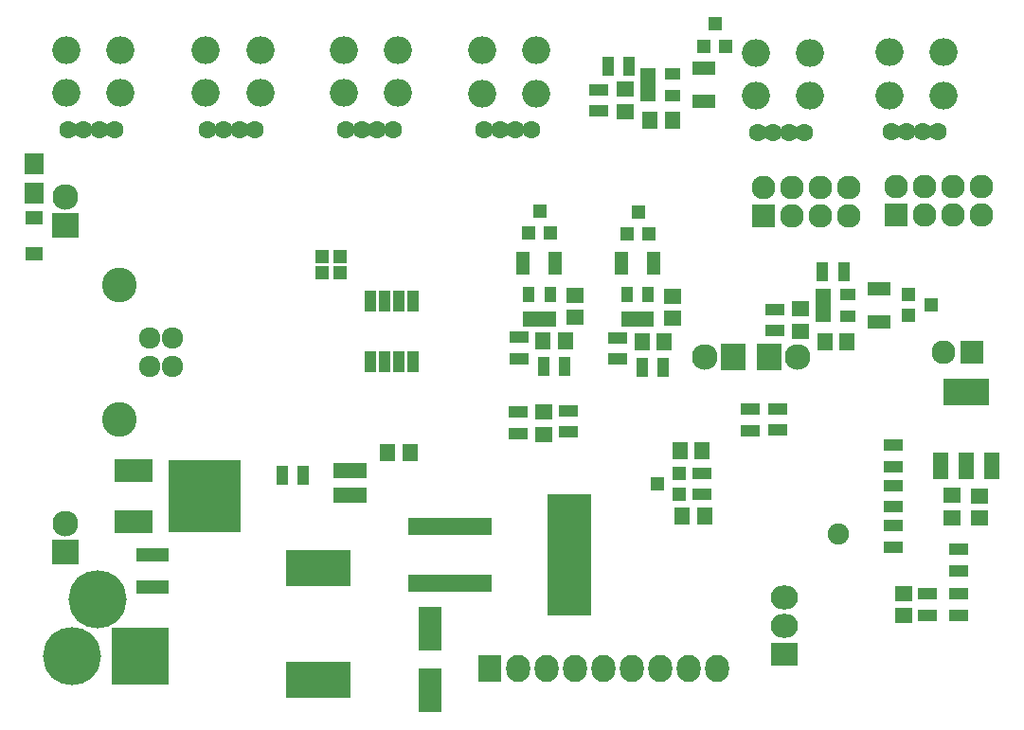
<source format=gbs>
G04 #@! TF.FileFunction,Soldermask,Bot*
%FSLAX46Y46*%
G04 Gerber Fmt 4.6, Leading zero omitted, Abs format (unit mm)*
G04 Created by KiCad (PCBNEW 4.0.5) date 02/02/17 00:28:59*
%MOMM*%
%LPD*%
G01*
G04 APERTURE LIST*
%ADD10C,0.100000*%
%ADD11O,2.500000X2.500000*%
%ADD12C,1.600000*%
%ADD13R,2.000200X3.999180*%
%ADD14R,2.100000X1.300000*%
%ADD15R,1.700000X1.100000*%
%ADD16R,1.100000X1.700000*%
%ADD17R,1.650000X1.400000*%
%ADD18R,1.400000X1.650000*%
%ADD19R,1.460000X1.050000*%
%ADD20R,1.050000X1.460000*%
%ADD21R,1.300000X2.100000*%
%ADD22C,1.924000*%
%ADD23C,3.100020*%
%ADD24R,2.300000X2.400000*%
%ADD25C,2.300000*%
%ADD26R,5.800040X3.300680*%
%ADD27R,3.900120X10.808920*%
%ADD28R,7.410400X1.499820*%
%ADD29R,2.400000X2.300000*%
%ADD30C,5.200600*%
%ADD31R,5.200600X5.200600*%
%ADD32R,3.448000X2.051000*%
%ADD33R,6.496000X6.496000*%
%ADD34R,1.620000X1.310000*%
%ADD35R,1.700000X1.900000*%
%ADD36R,1.000000X1.950000*%
%ADD37R,1.200100X1.200100*%
%ADD38R,1.150000X1.200000*%
%ADD39R,2.127200X2.127200*%
%ADD40O,2.127200X2.127200*%
%ADD41R,2.127200X2.432000*%
%ADD42O,2.127200X2.432000*%
%ADD43R,2.432000X2.127200*%
%ADD44O,2.432000X2.127200*%
%ADD45R,4.057600X2.432000*%
%ADD46R,1.416000X2.432000*%
%ADD47R,2.900000X1.300000*%
%ADD48C,1.900000*%
G04 APERTURE END LIST*
D10*
D11*
X100280000Y-58290000D03*
X100280000Y-54450000D03*
X105120000Y-54450000D03*
D12*
X104650000Y-61560000D03*
X103250000Y-61560000D03*
X101850000Y-61560000D03*
D11*
X105120000Y-58290000D03*
D12*
X100450000Y-61560000D03*
D11*
X112780000Y-58290000D03*
X112780000Y-54450000D03*
X117620000Y-54450000D03*
D12*
X117150000Y-61560000D03*
X115750000Y-61560000D03*
X114350000Y-61560000D03*
D11*
X117620000Y-58290000D03*
D12*
X112950000Y-61560000D03*
D13*
X132790000Y-106218360D03*
X132790000Y-111720000D03*
D14*
X172940000Y-78750000D03*
X172940000Y-75850000D03*
D15*
X149580000Y-82110000D03*
X149580000Y-80210000D03*
D16*
X148710000Y-55920000D03*
X150610000Y-55920000D03*
D14*
X157310000Y-59030000D03*
X157310000Y-56130000D03*
D17*
X165940000Y-77600000D03*
X165940000Y-79600000D03*
D18*
X168090000Y-80550000D03*
X170090000Y-80550000D03*
D19*
X167940000Y-78250000D03*
X167940000Y-77300000D03*
X167940000Y-76350000D03*
X170140000Y-76350000D03*
X170140000Y-78250000D03*
D16*
X169790000Y-74300000D03*
X167890000Y-74300000D03*
D15*
X163640000Y-77650000D03*
X163640000Y-79550000D03*
D16*
X151760000Y-82870000D03*
X153660000Y-82870000D03*
D17*
X150260000Y-57980000D03*
X150260000Y-59980000D03*
D19*
X152310000Y-58530000D03*
X152310000Y-57580000D03*
X152310000Y-56630000D03*
X154510000Y-56630000D03*
X154510000Y-58530000D03*
D18*
X151760000Y-80570000D03*
X153760000Y-80570000D03*
D20*
X152310000Y-78570000D03*
X151360000Y-78570000D03*
X150410000Y-78570000D03*
X150410000Y-76370000D03*
X152310000Y-76370000D03*
D15*
X147860000Y-58030000D03*
X147860000Y-59930000D03*
D16*
X142950000Y-82800000D03*
X144850000Y-82800000D03*
D17*
X145750000Y-78400000D03*
X145750000Y-76400000D03*
D15*
X140800000Y-82050000D03*
X140800000Y-80150000D03*
D21*
X144000000Y-73500000D03*
X141100000Y-73500000D03*
D20*
X143550000Y-78500000D03*
X142600000Y-78500000D03*
X141650000Y-78500000D03*
X141650000Y-76300000D03*
X143550000Y-76300000D03*
D18*
X142900000Y-80500000D03*
X144900000Y-80500000D03*
X152460000Y-60780000D03*
X154460000Y-60780000D03*
D21*
X152810000Y-73570000D03*
X149910000Y-73570000D03*
D15*
X163900000Y-88450000D03*
X163900000Y-86550000D03*
D22*
X109748980Y-82790000D03*
X109748980Y-80250000D03*
X107750000Y-80250000D03*
X107750000Y-82790000D03*
D23*
X105049980Y-87519480D03*
X105049980Y-75520520D03*
D24*
X159900000Y-81950000D03*
D25*
X157360000Y-81950000D03*
D26*
X122850000Y-110800000D03*
X122850000Y-100797480D03*
D24*
X163150000Y-81950000D03*
D25*
X165690000Y-81950000D03*
D27*
X145250000Y-99600000D03*
D28*
X134559140Y-102140000D03*
X134559140Y-97060000D03*
D29*
X100200000Y-99390000D03*
D25*
X100200000Y-96850000D03*
D30*
X100764000Y-108680000D03*
D31*
X106860000Y-108680000D03*
D30*
X103050000Y-103600000D03*
D29*
X100250000Y-70150000D03*
D25*
X100250000Y-67610000D03*
D17*
X154510000Y-78470000D03*
X154510000Y-76470000D03*
X142950000Y-88850000D03*
X142950000Y-86850000D03*
D15*
X145200000Y-88600000D03*
X145200000Y-86700000D03*
D32*
X106350000Y-96686000D03*
D33*
X112700000Y-94400000D03*
D32*
X106350000Y-92114000D03*
D34*
X97400000Y-72700000D03*
X97400000Y-69430000D03*
D15*
X140700000Y-88750000D03*
X140700000Y-86850000D03*
D18*
X157350000Y-96100000D03*
X155350000Y-96100000D03*
X157150000Y-90300000D03*
X155150000Y-90300000D03*
D35*
X97400000Y-67304000D03*
X97400000Y-64604000D03*
D15*
X157150000Y-92300000D03*
X157150000Y-94200000D03*
D36*
X127510000Y-76950000D03*
X128780000Y-76950000D03*
X130050000Y-76950000D03*
X131320000Y-76950000D03*
X131320000Y-82350000D03*
X130050000Y-82350000D03*
X128780000Y-82350000D03*
X127510000Y-82350000D03*
D37*
X155100000Y-92300000D03*
X155100000Y-94200000D03*
X153101020Y-93250000D03*
D38*
X124750000Y-72900000D03*
X124750000Y-74400000D03*
X123150000Y-72900000D03*
X123150000Y-74400000D03*
D18*
X129000000Y-90450000D03*
X131000000Y-90450000D03*
D15*
X161450000Y-88500000D03*
X161450000Y-86600000D03*
D16*
X119600000Y-92500000D03*
X121500000Y-92500000D03*
D37*
X152360000Y-70920000D03*
X150460000Y-70920000D03*
X151410000Y-68921020D03*
X143550000Y-70850760D03*
X141650000Y-70850760D03*
X142600000Y-68851780D03*
X159220000Y-54150000D03*
X157320000Y-54150000D03*
X158270000Y-52151020D03*
X175589240Y-78200000D03*
X175589240Y-76300000D03*
X177588220Y-77250000D03*
D39*
X174430000Y-69230000D03*
D40*
X174430000Y-66690000D03*
X176970000Y-69230000D03*
X176970000Y-66690000D03*
X179510000Y-69230000D03*
X179510000Y-66690000D03*
X182050000Y-69230000D03*
X182050000Y-66690000D03*
D39*
X162640000Y-69270000D03*
D40*
X162640000Y-66730000D03*
X165180000Y-69270000D03*
X165180000Y-66730000D03*
X167720000Y-69270000D03*
X167720000Y-66730000D03*
X170260000Y-69270000D03*
X170260000Y-66730000D03*
D15*
X180060000Y-105000000D03*
X180060000Y-103100000D03*
X180050000Y-99140000D03*
X180050000Y-101040000D03*
X177250000Y-103100000D03*
X177250000Y-105000000D03*
X174180000Y-91700000D03*
X174180000Y-89800000D03*
X174180000Y-98920000D03*
X174180000Y-97020000D03*
X174180000Y-93390000D03*
X174180000Y-95290000D03*
D20*
X126610000Y-94260000D03*
X125660000Y-94260000D03*
X124710000Y-94260000D03*
X124710000Y-92060000D03*
X126610000Y-92060000D03*
X125660000Y-92060000D03*
D39*
X181230000Y-81480000D03*
D40*
X178690000Y-81480000D03*
D41*
X138136000Y-109740000D03*
D42*
X140676000Y-109740000D03*
X143216000Y-109740000D03*
X145756000Y-109740000D03*
X148296000Y-109740000D03*
X150836000Y-109740000D03*
X153376000Y-109740000D03*
X155916000Y-109740000D03*
X158456000Y-109740000D03*
D43*
X164500000Y-108500000D03*
D44*
X164500000Y-105960000D03*
X164500000Y-103420000D03*
D17*
X175130000Y-103050000D03*
X175130000Y-105050000D03*
D45*
X180700000Y-85070000D03*
D46*
X180700000Y-91674000D03*
X178414000Y-91674000D03*
X182986000Y-91674000D03*
D17*
X179480000Y-94310000D03*
X179480000Y-96310000D03*
X181900000Y-94330000D03*
X181900000Y-96330000D03*
D11*
X173850000Y-58530000D03*
X173850000Y-54690000D03*
X178690000Y-54690000D03*
D12*
X178220000Y-61800000D03*
X176820000Y-61800000D03*
X175420000Y-61800000D03*
D11*
X178690000Y-58530000D03*
D12*
X174020000Y-61800000D03*
D11*
X161920000Y-58570000D03*
X161920000Y-54730000D03*
X166760000Y-54730000D03*
D12*
X166290000Y-61840000D03*
X164890000Y-61840000D03*
X163490000Y-61840000D03*
D11*
X166760000Y-58570000D03*
D12*
X162090000Y-61840000D03*
D11*
X137480000Y-58340000D03*
X137480000Y-54500000D03*
X142320000Y-54500000D03*
D12*
X141850000Y-61610000D03*
X140450000Y-61610000D03*
X139050000Y-61610000D03*
D11*
X142320000Y-58340000D03*
D12*
X137650000Y-61610000D03*
D11*
X125130000Y-58290000D03*
X125130000Y-54450000D03*
X129970000Y-54450000D03*
D12*
X129500000Y-61560000D03*
X128100000Y-61560000D03*
X126700000Y-61560000D03*
D11*
X129970000Y-58290000D03*
D12*
X125300000Y-61560000D03*
D47*
X107990000Y-102470000D03*
X107990000Y-99570000D03*
D48*
X169340000Y-97780000D03*
X169340000Y-97780000D03*
M02*

</source>
